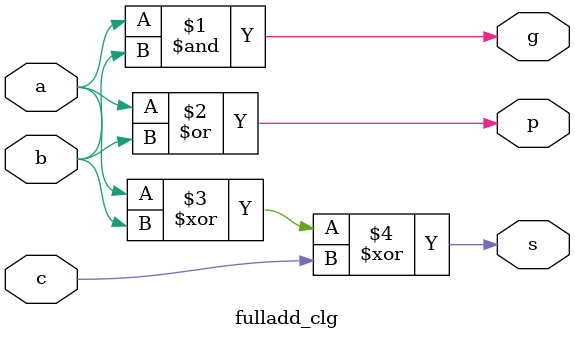
<source format=v>
module fulladd_clg(a, b, c, s, g, p);

input a, b, c;
output g, p, s;

assign g = a&b;
assign p = a|b;
assign s = a ^ b ^ c;

endmodule

</source>
